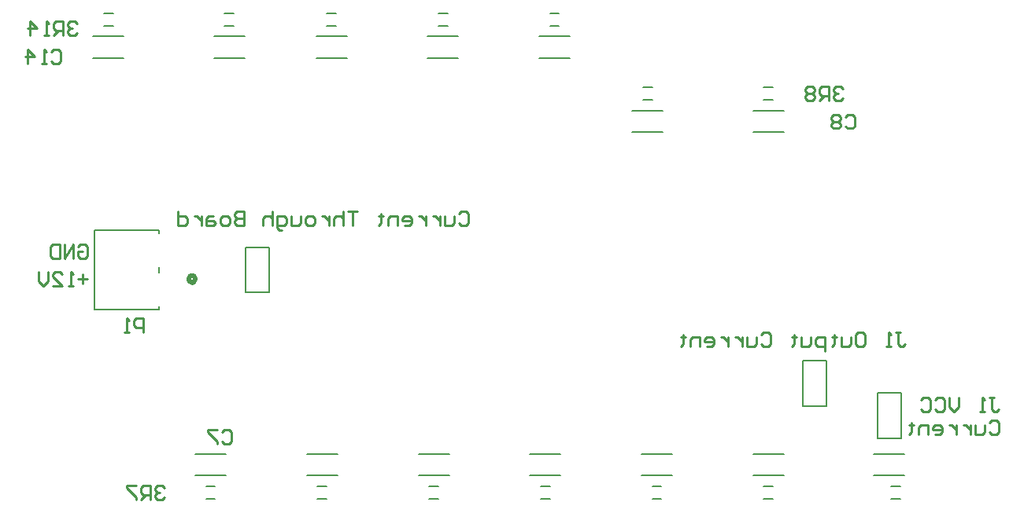
<source format=gbo>
G04*
G04 #@! TF.GenerationSoftware,Altium Limited,Altium Designer,20.2.6 (244)*
G04*
G04 Layer_Color=32896*
%FSLAX25Y25*%
%MOIN*%
G70*
G04*
G04 #@! TF.SameCoordinates,78553FFF-4CE1-44D2-B870-6997896BCA41*
G04*
G04*
G04 #@! TF.FilePolarity,Positive*
G04*
G01*
G75*
%ADD10C,0.00787*%
%ADD12C,0.01000*%
%ADD37C,0.02000*%
%ADD38C,0.00600*%
D10*
X227284Y269488D02*
X237283D01*
X227284Y250197D02*
Y269488D01*
Y250197D02*
X237283D01*
Y262421D01*
Y257421D02*
Y269488D01*
X495000Y188347D02*
Y200413D01*
Y195413D02*
Y207638D01*
X505000D01*
Y188347D02*
Y207638D01*
X495000Y188347D02*
X505000D01*
X463504Y201969D02*
Y214035D01*
Y209035D02*
Y221260D01*
X473504D01*
Y201969D02*
Y221260D01*
X463504Y201969D02*
X473504D01*
X167323Y363484D02*
X171260D01*
X167323Y368799D02*
X171260D01*
X162783Y349693D02*
X175800D01*
X162783Y358969D02*
X175800D01*
X446850Y331988D02*
X450787D01*
X446850Y337303D02*
X450787D01*
X500689Y162697D02*
X504626D01*
X500689Y168012D02*
X504626D01*
X493492Y181804D02*
X506508D01*
X493492Y172527D02*
X506508D01*
X210630Y168012D02*
X214567D01*
X210630Y162697D02*
X214567D01*
X206090Y172527D02*
X219107D01*
X206090Y181804D02*
X219107D01*
X213964Y358969D02*
X226981D01*
X213964Y349693D02*
X226981D01*
X218504Y368799D02*
X222441D01*
X218504Y363484D02*
X222441D01*
X257271Y358969D02*
X270288D01*
X257271Y349693D02*
X270288D01*
X261811Y368799D02*
X265748D01*
X261811Y363484D02*
X265748D01*
X304515Y358969D02*
X317532D01*
X304515Y349693D02*
X317532D01*
X309055Y368799D02*
X312992D01*
X309055Y363484D02*
X312992D01*
X351760Y358969D02*
X364776D01*
X351760Y349693D02*
X364776D01*
X356299Y368799D02*
X360236D01*
X356299Y363484D02*
X360236D01*
X391129Y327473D02*
X404146D01*
X391129Y318197D02*
X404146D01*
X395669Y337303D02*
X399606D01*
X395669Y331988D02*
X399606D01*
X442311Y327473D02*
X455327D01*
X442311Y318197D02*
X455327D01*
X446850Y162697D02*
X450787D01*
X446850Y168012D02*
X450787D01*
X442311Y181804D02*
X455327D01*
X442311Y172527D02*
X455327D01*
X399606Y162697D02*
X403543D01*
X399606Y168012D02*
X403543D01*
X395066Y181804D02*
X408083D01*
X395066Y172527D02*
X408083D01*
X352362Y162697D02*
X356299D01*
X352362Y168012D02*
X356299D01*
X347822Y181804D02*
X360839D01*
X347822Y172527D02*
X360839D01*
X305118Y162697D02*
X309055D01*
X305118Y168012D02*
X309055D01*
X300578Y181804D02*
X313595D01*
X300578Y172527D02*
X313595D01*
X257874Y162697D02*
X261811D01*
X257874Y168012D02*
X261811D01*
X253334Y181804D02*
X266351D01*
X253334Y172527D02*
X266351D01*
D12*
X542245Y205572D02*
X544245D01*
X543245D01*
Y200574D01*
X544245Y199574D01*
X545244D01*
X546244Y200574D01*
X540246Y199574D02*
X538247D01*
X539246D01*
Y205572D01*
X540246Y204572D01*
X529250Y205572D02*
Y201573D01*
X527250Y199574D01*
X525251Y201573D01*
Y205572D01*
X519253Y204572D02*
X520253Y205572D01*
X522252D01*
X523251Y204572D01*
Y200574D01*
X522252Y199574D01*
X520253D01*
X519253Y200574D01*
X513255Y204572D02*
X514254Y205572D01*
X516254D01*
X517253Y204572D01*
Y200574D01*
X516254Y199574D01*
X514254D01*
X513255Y200574D01*
X542245Y194975D02*
X543245Y195974D01*
X545244D01*
X546244Y194975D01*
Y190976D01*
X545244Y189976D01*
X543245D01*
X542245Y190976D01*
X540246Y193975D02*
Y190976D01*
X539246Y189976D01*
X536247D01*
Y193975D01*
X534248D02*
Y189976D01*
Y191976D01*
X533248Y192975D01*
X532249Y193975D01*
X531249D01*
X528250D02*
Y189976D01*
Y191976D01*
X527250Y192975D01*
X526251Y193975D01*
X525251D01*
X519253Y189976D02*
X521252D01*
X522252Y190976D01*
Y192975D01*
X521252Y193975D01*
X519253D01*
X518253Y192975D01*
Y191976D01*
X522252D01*
X516254Y189976D02*
Y193975D01*
X513255D01*
X512255Y192975D01*
Y189976D01*
X509256Y194975D02*
Y193975D01*
X510256D01*
X508256D01*
X509256D01*
Y190976D01*
X508256Y189976D01*
X317836Y283588D02*
X318836Y284588D01*
X320835D01*
X321835Y283588D01*
Y279590D01*
X320835Y278590D01*
X318836D01*
X317836Y279590D01*
X315837Y282589D02*
Y279590D01*
X314837Y278590D01*
X311838D01*
Y282589D01*
X309839D02*
Y278590D01*
Y280589D01*
X308839Y281589D01*
X307839Y282589D01*
X306839D01*
X303840D02*
Y278590D01*
Y280589D01*
X302841Y281589D01*
X301841Y282589D01*
X300841D01*
X294843Y278590D02*
X296843D01*
X297842Y279590D01*
Y281589D01*
X296843Y282589D01*
X294843D01*
X293844Y281589D01*
Y280589D01*
X297842D01*
X291844Y278590D02*
Y282589D01*
X288845D01*
X287846Y281589D01*
Y278590D01*
X284847Y283588D02*
Y282589D01*
X285846D01*
X283847D01*
X284847D01*
Y279590D01*
X283847Y278590D01*
X274850Y284588D02*
X270851D01*
X272850D01*
Y278590D01*
X268852Y284588D02*
Y278590D01*
Y281589D01*
X267852Y282589D01*
X265853D01*
X264853Y281589D01*
Y278590D01*
X262854Y282589D02*
Y278590D01*
Y280589D01*
X261854Y281589D01*
X260854Y282589D01*
X259855D01*
X255856Y278590D02*
X253857D01*
X252857Y279590D01*
Y281589D01*
X253857Y282589D01*
X255856D01*
X256856Y281589D01*
Y279590D01*
X255856Y278590D01*
X250858Y282589D02*
Y279590D01*
X249858Y278590D01*
X246859D01*
Y282589D01*
X242860Y276590D02*
X241861D01*
X240861Y277590D01*
Y282589D01*
X243860D01*
X244860Y281589D01*
Y279590D01*
X243860Y278590D01*
X240861D01*
X238861Y284588D02*
Y278590D01*
Y281589D01*
X237862Y282589D01*
X235862D01*
X234863Y281589D01*
Y278590D01*
X226865Y284588D02*
Y278590D01*
X223866D01*
X222867Y279590D01*
Y280589D01*
X223866Y281589D01*
X226865D01*
X223866D01*
X222867Y282589D01*
Y283588D01*
X223866Y284588D01*
X226865D01*
X219868Y278590D02*
X217868D01*
X216869Y279590D01*
Y281589D01*
X217868Y282589D01*
X219868D01*
X220867Y281589D01*
Y279590D01*
X219868Y278590D01*
X213870Y282589D02*
X211870D01*
X210871Y281589D01*
Y278590D01*
X213870D01*
X214869Y279590D01*
X213870Y280589D01*
X210871D01*
X208871Y282589D02*
Y278590D01*
Y280589D01*
X207872Y281589D01*
X206872Y282589D01*
X205872D01*
X198874Y284588D02*
Y278590D01*
X201873D01*
X202873Y279590D01*
Y281589D01*
X201873Y282589D01*
X198874D01*
X502875Y233407D02*
X504875D01*
X503875D01*
Y228409D01*
X504875Y227409D01*
X505874D01*
X506874Y228409D01*
X500876Y227409D02*
X498877D01*
X499876D01*
Y233407D01*
X500876Y232407D01*
X486880Y233407D02*
X488880D01*
X489880Y232407D01*
Y228409D01*
X488880Y227409D01*
X486880D01*
X485881Y228409D01*
Y232407D01*
X486880Y233407D01*
X483882Y231407D02*
Y228409D01*
X482882Y227409D01*
X479883D01*
Y231407D01*
X476884Y232407D02*
Y231407D01*
X477883D01*
X475884D01*
X476884D01*
Y228409D01*
X475884Y227409D01*
X472885Y225410D02*
Y231407D01*
X469886D01*
X468886Y230408D01*
Y228409D01*
X469886Y227409D01*
X472885D01*
X466887Y231407D02*
Y228409D01*
X465887Y227409D01*
X462888D01*
Y231407D01*
X459889Y232407D02*
Y231407D01*
X460889D01*
X458889D01*
X459889D01*
Y228409D01*
X458889Y227409D01*
X445894Y232407D02*
X446893Y233407D01*
X448893D01*
X449893Y232407D01*
Y228409D01*
X448893Y227409D01*
X446893D01*
X445894Y228409D01*
X443894Y231407D02*
Y228409D01*
X442895Y227409D01*
X439896D01*
Y231407D01*
X437896D02*
Y227409D01*
Y229408D01*
X436897Y230408D01*
X435897Y231407D01*
X434897D01*
X431898D02*
Y227409D01*
Y229408D01*
X430899Y230408D01*
X429899Y231407D01*
X428899D01*
X422901Y227409D02*
X424900D01*
X425900Y228409D01*
Y230408D01*
X424900Y231407D01*
X422901D01*
X421902Y230408D01*
Y229408D01*
X425900D01*
X419902Y227409D02*
Y231407D01*
X416903D01*
X415903Y230408D01*
Y227409D01*
X412904Y232407D02*
Y231407D01*
X413904D01*
X411905D01*
X412904D01*
Y228409D01*
X411905Y227409D01*
X184039Y233283D02*
Y239187D01*
X181088D01*
X180104Y238203D01*
Y236235D01*
X181088Y235251D01*
X184039D01*
X178136Y233283D02*
X176168D01*
X177152D01*
Y239187D01*
X178136Y238203D01*
X156482Y269699D02*
X157466Y270683D01*
X159433D01*
X160417Y269699D01*
Y265763D01*
X159433Y264779D01*
X157466D01*
X156482Y265763D01*
Y267731D01*
X158449D01*
X154514Y264779D02*
Y270683D01*
X150578Y264779D01*
Y270683D01*
X148610D02*
Y264779D01*
X145658D01*
X144674Y265763D01*
Y269699D01*
X145658Y270683D01*
X148610D01*
X160417Y255920D02*
X156482D01*
X158449Y257888D02*
Y253952D01*
X154514Y252969D02*
X152546D01*
X153530D01*
Y258872D01*
X154514Y257888D01*
X145658Y252969D02*
X149594D01*
X145658Y256904D01*
Y257888D01*
X146642Y258872D01*
X148610D01*
X149594Y257888D01*
X143691Y258872D02*
Y254936D01*
X141723Y252969D01*
X139755Y254936D01*
Y258872D01*
X217535Y190976D02*
X218535Y191975D01*
X220534D01*
X221534Y190976D01*
Y186977D01*
X220534Y185977D01*
X218535D01*
X217535Y186977D01*
X215536Y191975D02*
X211537D01*
Y190976D01*
X215536Y186977D01*
Y185977D01*
X145231Y352393D02*
X146231Y353393D01*
X148230D01*
X149230Y352393D01*
Y348394D01*
X148230Y347395D01*
X146231D01*
X145231Y348394D01*
X143232Y347395D02*
X141232D01*
X142232D01*
Y353393D01*
X143232Y352393D01*
X135234Y347395D02*
Y353393D01*
X138233Y350394D01*
X134235D01*
X481315Y324834D02*
X482314Y325834D01*
X484314D01*
X485313Y324834D01*
Y320835D01*
X484314Y319836D01*
X482314D01*
X481315Y320835D01*
X479315Y324834D02*
X478316Y325834D01*
X476316D01*
X475317Y324834D01*
Y323834D01*
X476316Y322835D01*
X475317Y321835D01*
Y320835D01*
X476316Y319836D01*
X478316D01*
X479315Y320835D01*
Y321835D01*
X478316Y322835D01*
X479315Y323834D01*
Y324834D01*
X478316Y322835D02*
X476316D01*
X193037Y167354D02*
X192037Y168353D01*
X190038D01*
X189038Y167354D01*
Y166354D01*
X190038Y165354D01*
X191037D01*
X190038D01*
X189038Y164355D01*
Y163355D01*
X190038Y162355D01*
X192037D01*
X193037Y163355D01*
X187039Y162355D02*
Y168353D01*
X184040D01*
X183040Y167354D01*
Y165354D01*
X184040Y164355D01*
X187039D01*
X185039D02*
X183040Y162355D01*
X181041Y168353D02*
X177042D01*
Y167354D01*
X181041Y163355D01*
Y162355D01*
X156166Y364204D02*
X155166Y365204D01*
X153167D01*
X152167Y364204D01*
Y363204D01*
X153167Y362205D01*
X154166D01*
X153167D01*
X152167Y361205D01*
Y360205D01*
X153167Y359206D01*
X155166D01*
X156166Y360205D01*
X150168Y359206D02*
Y365204D01*
X147169D01*
X146169Y364204D01*
Y362205D01*
X147169Y361205D01*
X150168D01*
X148169D02*
X146169Y359206D01*
X144170D02*
X142170D01*
X143170D01*
Y365204D01*
X144170Y364204D01*
X136172Y359206D02*
Y365204D01*
X139171Y362205D01*
X135173D01*
X480438Y336645D02*
X479439Y337645D01*
X477439D01*
X476440Y336645D01*
Y335645D01*
X477439Y334646D01*
X478439D01*
X477439D01*
X476440Y333646D01*
Y332646D01*
X477439Y331647D01*
X479439D01*
X480438Y332646D01*
X474440Y331647D02*
Y337645D01*
X471441D01*
X470442Y336645D01*
Y334646D01*
X471441Y333646D01*
X474440D01*
X472441D02*
X470442Y331647D01*
X468442Y336645D02*
X467443Y337645D01*
X465443D01*
X464443Y336645D01*
Y335645D01*
X465443Y334646D01*
X464443Y333646D01*
Y332646D01*
X465443Y331647D01*
X467443D01*
X468442Y332646D01*
Y333646D01*
X467443Y334646D01*
X468442Y335645D01*
Y336645D01*
X467443Y334646D02*
X465443D01*
D37*
X206224Y255906D02*
X205873Y256870D01*
X204985Y257383D01*
X203974Y257205D01*
X203315Y256418D01*
Y255393D01*
X203974Y254607D01*
X204985Y254428D01*
X205873Y254941D01*
X206224Y255906D01*
D38*
X190815Y243143D02*
Y244355D01*
X163515Y276542D02*
X190815D01*
X163515Y243143D02*
Y276542D01*
Y243143D02*
X190815D01*
Y275330D02*
Y276542D01*
Y258681D02*
Y261004D01*
M02*

</source>
